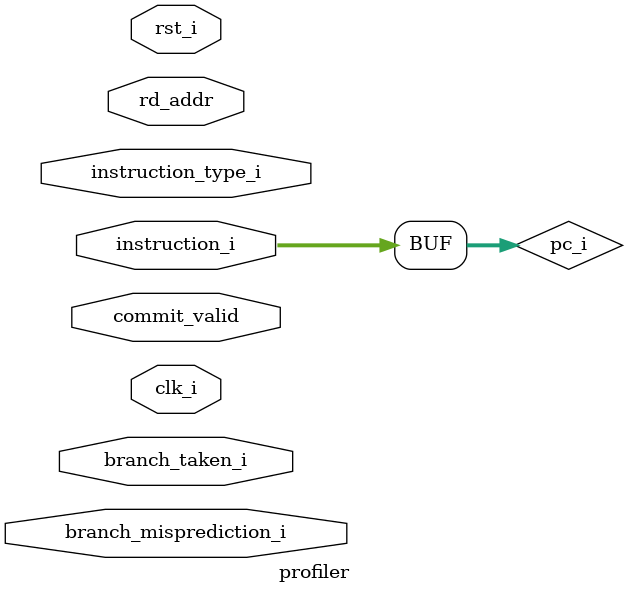
<source format=v>
`timescale 1ns / 1ps

module profiler (
    input               clk_i,
    input               rst_i,

    input [31:0]        instruction_i,          // 當前指令的PC
    input               branch_taken_i,         // 分支是否被取
    input               branch_misprediction_i, // 分支錯誤預測
    input [31:0]        instruction_type_i,     // 指令類型
    input               commit_valid,           // 指令是否提交寫回
    input [4:0]         rd_addr                 // 寫回寄存器的目標地址
);


// 計數器
reg [31:0] total_instructions;        // 總執行指令數
reg [31:0] total_branches;            // 分支指令總數
reg [31:0] branch_mispredictions;     // 錯誤分支預測數
reg [31:0] jalr_count;                // JALR指令數
reg [31:0] load_instructions;         // 加載指令數
reg [31:0] store_instructions;        // 存儲指令數


/*
start       end     function
0x00001000  650c    Total
*/
wire [31:0] pc_i;
assign pc_i = instruction_i;
// Check if the program counter is within the total execution range
assign coremark_section = (pc_i[15:0] >= 16'h1000 && pc_i[15:0] <= 16'h650c); 




// 初始化寄存器
always @(posedge clk_i or posedge rst_i) begin
    if (rst_i) begin
        total_instructions <= 0;
        total_branches <= 0;
        branch_mispredictions <= 0;
        jalr_count <= 0;
        load_instructions <= 0;
        store_instructions <= 0;
    end else if (commit_valid) begin
        // 每提交一條指令後增加總計數
        total_instructions <= total_instructions + 1;
        
        // 如果是分支指令，增加分支計數
        if (instruction_type_i == 32'b1101111) begin // JAL
            total_branches <= total_branches + 1;
        end else if (instruction_type_i == 32'b1100111) begin // JALR
            jalr_count <= jalr_count + 1;
        end else if (instruction_type_i == 32'b0000011) begin // 加載指令
            load_instructions <= load_instructions + 1;
        end else if (instruction_type_i == 32'b0100011) begin // 存儲指令
            store_instructions <= store_instructions + 1;
        end

        // 錯誤的分支預測
        if (branch_misprediction_i) begin
            branch_mispredictions <= branch_mispredictions + 1;
        end
    end
end

// 這裡你可以定義一些輸出或信號，來將數據導出或者打印出來

endmodule



</source>
